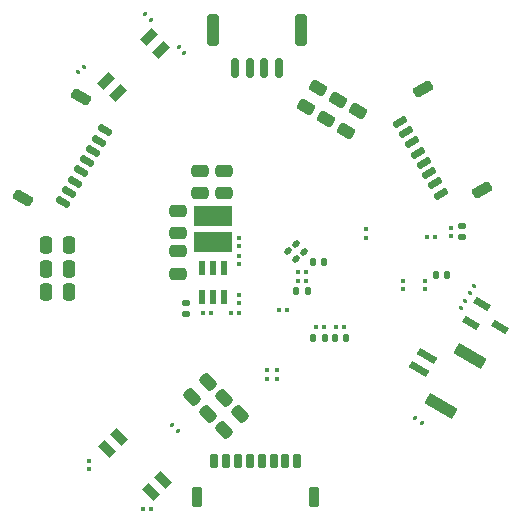
<source format=gbr>
%TF.GenerationSoftware,KiCad,Pcbnew,9.0.3*%
%TF.CreationDate,2025-09-26T09:37:04+02:00*%
%TF.ProjectId,PCB_PAPI,5043425f-5041-4504-992e-6b696361645f,rev?*%
%TF.SameCoordinates,Original*%
%TF.FileFunction,Paste,Bot*%
%TF.FilePolarity,Positive*%
%FSLAX46Y46*%
G04 Gerber Fmt 4.6, Leading zero omitted, Abs format (unit mm)*
G04 Created by KiCad (PCBNEW 9.0.3) date 2025-09-26 09:37:04*
%MOMM*%
%LPD*%
G01*
G04 APERTURE LIST*
G04 Aperture macros list*
%AMRoundRect*
0 Rectangle with rounded corners*
0 $1 Rounding radius*
0 $2 $3 $4 $5 $6 $7 $8 $9 X,Y pos of 4 corners*
0 Add a 4 corners polygon primitive as box body*
4,1,4,$2,$3,$4,$5,$6,$7,$8,$9,$2,$3,0*
0 Add four circle primitives for the rounded corners*
1,1,$1+$1,$2,$3*
1,1,$1+$1,$4,$5*
1,1,$1+$1,$6,$7*
1,1,$1+$1,$8,$9*
0 Add four rect primitives between the rounded corners*
20,1,$1+$1,$2,$3,$4,$5,0*
20,1,$1+$1,$4,$5,$6,$7,0*
20,1,$1+$1,$6,$7,$8,$9,0*
20,1,$1+$1,$8,$9,$2,$3,0*%
%AMRotRect*
0 Rectangle, with rotation*
0 The origin of the aperture is its center*
0 $1 length*
0 $2 width*
0 $3 Rotation angle, in degrees counterclockwise*
0 Add horizontal line*
21,1,$1,$2,0,0,$3*%
G04 Aperture macros list end*
%ADD10RoundRect,0.140000X0.219203X0.021213X0.021213X0.219203X-0.219203X-0.021213X-0.021213X-0.219203X0*%
%ADD11RoundRect,0.250000X0.250000X0.475000X-0.250000X0.475000X-0.250000X-0.475000X0.250000X-0.475000X0*%
%ADD12RoundRect,0.250000X0.286362X-0.454006X0.536362X-0.020994X-0.286362X0.454006X-0.536362X0.020994X0*%
%ADD13RoundRect,0.079500X0.079500X0.100500X-0.079500X0.100500X-0.079500X-0.100500X0.079500X-0.100500X0*%
%ADD14RoundRect,0.250000X0.159099X-0.512652X0.512652X-0.159099X-0.159099X0.512652X-0.512652X0.159099X0*%
%ADD15RoundRect,0.140000X0.140000X0.170000X-0.140000X0.170000X-0.140000X-0.170000X0.140000X-0.170000X0*%
%ADD16RoundRect,0.079500X0.100500X-0.079500X0.100500X0.079500X-0.100500X0.079500X-0.100500X-0.079500X0*%
%ADD17RoundRect,0.150000X0.336362X-0.367404X0.486362X-0.107596X-0.336362X0.367404X-0.486362X0.107596X0*%
%ADD18RoundRect,0.225000X0.428766X-0.507356X0.653766X-0.117644X-0.428766X0.507356X-0.653766X0.117644X0*%
%ADD19RoundRect,0.079500X-0.100500X0.079500X-0.100500X-0.079500X0.100500X-0.079500X0.100500X0.079500X0*%
%ADD20RoundRect,0.150000X-0.150000X-0.700000X0.150000X-0.700000X0.150000X0.700000X-0.150000X0.700000X0*%
%ADD21RoundRect,0.250000X-0.250000X-1.100000X0.250000X-1.100000X0.250000X1.100000X-0.250000X1.100000X0*%
%ADD22RoundRect,0.250000X-0.475000X0.250000X-0.475000X-0.250000X0.475000X-0.250000X0.475000X0.250000X0*%
%ADD23R,0.600000X1.250000*%
%ADD24RoundRect,0.140000X0.170000X-0.140000X0.170000X0.140000X-0.170000X0.140000X-0.170000X-0.140000X0*%
%ADD25RoundRect,0.079500X-0.079500X-0.100500X0.079500X-0.100500X0.079500X0.100500X-0.079500X0.100500X0*%
%ADD26RoundRect,0.079500X-0.127279X-0.014849X-0.014849X-0.127279X0.127279X0.014849X0.014849X0.127279X0*%
%ADD27RoundRect,0.150000X-0.486362X-0.107596X-0.336362X-0.367404X0.486362X0.107596X0.336362X0.367404X0*%
%ADD28RoundRect,0.225000X-0.653766X-0.117644X-0.428766X-0.507356X0.653766X0.117644X0.428766X0.507356X0*%
%ADD29RotRect,0.600000X1.700000X240.000000*%
%ADD30RotRect,1.000000X2.700000X240.000000*%
%ADD31RotRect,0.600000X1.400000X240.000000*%
%ADD32RoundRect,0.250000X0.475000X-0.250000X0.475000X0.250000X-0.475000X0.250000X-0.475000X-0.250000X0*%
%ADD33RotRect,0.800000X1.400000X315.000000*%
%ADD34RoundRect,0.079500X-0.014849X0.127279X-0.127279X0.014849X0.014849X-0.127279X0.127279X-0.014849X0*%
%ADD35RotRect,0.800000X1.400000X45.000000*%
%ADD36RoundRect,0.079500X0.127279X0.014849X0.014849X0.127279X-0.127279X-0.014849X-0.014849X-0.127279X0*%
%ADD37RoundRect,0.140000X-0.140000X-0.170000X0.140000X-0.170000X0.140000X0.170000X-0.140000X0.170000X0*%
%ADD38RoundRect,0.079500X-0.119099X-0.047286X0.018599X-0.126786X0.119099X0.047286X-0.018599X0.126786X0*%
%ADD39RoundRect,0.079500X0.047286X-0.119099X0.126786X0.018599X-0.047286X0.119099X-0.126786X-0.018599X0*%
%ADD40R,3.200000X1.750000*%
%ADD41RoundRect,0.150000X0.150000X0.475000X-0.150000X0.475000X-0.150000X-0.475000X0.150000X-0.475000X0*%
%ADD42RoundRect,0.225000X0.225000X0.625000X-0.225000X0.625000X-0.225000X-0.625000X0.225000X-0.625000X0*%
%ADD43RoundRect,0.140000X-0.170000X0.140000X-0.170000X-0.140000X0.170000X-0.140000X0.170000X0.140000X0*%
G04 APERTURE END LIST*
D10*
%TO.C,C7*%
X132423116Y-82627393D03*
X131744294Y-81948571D03*
%TD*%
D11*
%TO.C,C50*%
X113150000Y-85390000D03*
X111250000Y-85390000D03*
%TD*%
D12*
%TO.C,C54*%
X134975000Y-70772724D03*
X135925000Y-69127276D03*
%TD*%
D13*
%TO.C,R36*%
X120165000Y-103810000D03*
X119475000Y-103810000D03*
%TD*%
D14*
%TO.C,C49*%
X126346498Y-97113502D03*
X127690000Y-95770000D03*
%TD*%
D15*
%TO.C,C13*%
X134843705Y-89297982D03*
X133883705Y-89297982D03*
%TD*%
D16*
%TO.C,C17*%
X127553705Y-83012982D03*
X127553705Y-82322982D03*
%TD*%
D17*
%TO.C,ESC3*%
X112703702Y-77793589D03*
X113203702Y-76927564D03*
X113703702Y-76061538D03*
X114203701Y-75195514D03*
X114703701Y-74329487D03*
X115203702Y-73463462D03*
X115703702Y-72597437D03*
X116203702Y-71731411D03*
D18*
X109272373Y-77486826D03*
X114222373Y-68913175D03*
%TD*%
D19*
%TO.C,R13*%
X127553705Y-80852982D03*
X127553705Y-81542982D03*
%TD*%
D20*
%TO.C,SWD1*%
X127228705Y-66447982D03*
X128478705Y-66447982D03*
X129728705Y-66447982D03*
X130978705Y-66447982D03*
D21*
X125378705Y-63247982D03*
X132828705Y-63247982D03*
%TD*%
D19*
%TO.C,R21*%
X145493705Y-79957982D03*
X145493705Y-80647982D03*
%TD*%
D22*
%TO.C,C20*%
X122453705Y-78550000D03*
X122453705Y-80450000D03*
%TD*%
D23*
%TO.C,IC1*%
X126303705Y-85847982D03*
X125353705Y-85847982D03*
X124403705Y-85847982D03*
X124403705Y-83347982D03*
X125353705Y-83347982D03*
X126303705Y-83347982D03*
%TD*%
D24*
%TO.C,C36*%
X146453705Y-80747982D03*
X146453705Y-79787982D03*
%TD*%
D25*
%TO.C,R11*%
X124488705Y-87147982D03*
X125178705Y-87147982D03*
%TD*%
D15*
%TO.C,C14*%
X133383705Y-85337982D03*
X132423705Y-85337982D03*
%TD*%
D26*
%TO.C,R24*%
X119646048Y-61906048D03*
X120133952Y-62393952D03*
%TD*%
D11*
%TO.C,C51*%
X113150000Y-83420000D03*
X111250000Y-83420000D03*
%TD*%
D27*
%TO.C,ESC1*%
X141199407Y-71006411D03*
X141699407Y-71872436D03*
X142199407Y-72738462D03*
X142699407Y-73604487D03*
X143199407Y-74470513D03*
X143699407Y-75336538D03*
X144199407Y-76202564D03*
X144699407Y-77068589D03*
D28*
X143180737Y-68188174D03*
X148130737Y-76761826D03*
%TD*%
D13*
%TO.C,C4*%
X133228705Y-84437982D03*
X132538705Y-84437982D03*
%TD*%
D29*
%TO.C,J4*%
X143472424Y-90804216D03*
X142847424Y-91886748D03*
D30*
X144693705Y-95088895D03*
X147168705Y-90802069D03*
%TD*%
D31*
%TO.C,Q1*%
X147225052Y-88053430D03*
X148175052Y-86407982D03*
X149691910Y-88380706D03*
%TD*%
D32*
%TO.C,C18*%
X124300000Y-77050000D03*
X124300000Y-75150000D03*
%TD*%
D14*
%TO.C,C48*%
X124958249Y-95721751D03*
X126301751Y-94378249D03*
%TD*%
D33*
%TO.C,LED2*%
X121004969Y-64874175D03*
X117328014Y-68551130D03*
X116302709Y-67525825D03*
X119979664Y-63848870D03*
%TD*%
D14*
%TO.C,C46*%
X123568249Y-94331751D03*
X124911751Y-92988249D03*
%TD*%
D15*
%TO.C,C2*%
X136663705Y-89297982D03*
X135703705Y-89297982D03*
%TD*%
D16*
%TO.C,R37*%
X114890000Y-100405000D03*
X114890000Y-99715000D03*
%TD*%
D13*
%TO.C,C6*%
X136503705Y-88387982D03*
X135813705Y-88387982D03*
%TD*%
D32*
%TO.C,C15*%
X122453705Y-83847982D03*
X122453705Y-81947982D03*
%TD*%
D11*
%TO.C,C52*%
X113150000Y-81430000D03*
X111250000Y-81430000D03*
%TD*%
D34*
%TO.C,R35*%
X114423952Y-66326048D03*
X113936048Y-66813952D03*
%TD*%
D35*
%TO.C,LED3*%
X117440000Y-97670000D03*
X121116955Y-101346955D03*
X120091650Y-102372260D03*
X116414695Y-98695305D03*
%TD*%
D16*
%TO.C,R27*%
X130773705Y-92732982D03*
X130773705Y-92042982D03*
%TD*%
D12*
%TO.C,C55*%
X133275000Y-69772724D03*
X134225000Y-68127276D03*
%TD*%
D13*
%TO.C,C11*%
X133238705Y-83677982D03*
X132548705Y-83677982D03*
%TD*%
D36*
%TO.C,R38*%
X122413952Y-97173952D03*
X121926048Y-96686048D03*
%TD*%
D16*
%TO.C,C37*%
X138343705Y-80802982D03*
X138343705Y-80112982D03*
%TD*%
D37*
%TO.C,C33*%
X144223705Y-83997982D03*
X145183705Y-83997982D03*
%TD*%
D10*
%TO.C,C10*%
X133083705Y-81977982D03*
X132404883Y-81299160D03*
%TD*%
D32*
%TO.C,C19*%
X126300000Y-77050000D03*
X126300000Y-75150000D03*
%TD*%
D12*
%TO.C,C53*%
X136675000Y-71745448D03*
X137625000Y-70100000D03*
%TD*%
D37*
%TO.C,C8*%
X133843705Y-82827982D03*
X134803705Y-82827982D03*
%TD*%
D13*
%TO.C,C12*%
X134813705Y-88377982D03*
X134123705Y-88377982D03*
%TD*%
D19*
%TO.C,C34*%
X141463705Y-84442982D03*
X141463705Y-85132982D03*
%TD*%
D38*
%TO.C,R34*%
X142479926Y-96114142D03*
X143077484Y-96459142D03*
%TD*%
D16*
%TO.C,R26*%
X129943705Y-92732982D03*
X129943705Y-92042982D03*
%TD*%
D36*
%TO.C,R23*%
X122953952Y-65133952D03*
X122466048Y-64646048D03*
%TD*%
D39*
%TO.C,R16*%
X147117365Y-85480540D03*
X147462365Y-84882982D03*
%TD*%
D13*
%TO.C,C3*%
X131638705Y-86917982D03*
X130948705Y-86917982D03*
%TD*%
D19*
%TO.C,C35*%
X143363705Y-84442982D03*
X143363705Y-85132982D03*
%TD*%
D25*
%TO.C,R12*%
X126878705Y-87157982D03*
X127568705Y-87157982D03*
%TD*%
D13*
%TO.C,C31*%
X144158705Y-80757982D03*
X143468705Y-80757982D03*
%TD*%
D40*
%TO.C,L1*%
X125353705Y-81147982D03*
X125353705Y-78947982D03*
%TD*%
D41*
%TO.C,ESC2*%
X132500000Y-99675000D03*
X131500000Y-99675000D03*
X130500000Y-99675000D03*
X129500000Y-99675000D03*
X128500000Y-99675000D03*
X127500000Y-99675000D03*
X126500000Y-99675000D03*
X125500000Y-99675000D03*
D42*
X133950000Y-102800000D03*
X124050000Y-102800000D03*
%TD*%
D43*
%TO.C,C16*%
X123100000Y-86320000D03*
X123100000Y-87280000D03*
%TD*%
D19*
%TO.C,R14*%
X127543705Y-85672982D03*
X127543705Y-86362982D03*
%TD*%
D39*
%TO.C,R15*%
X146361205Y-86746761D03*
X146706205Y-86149203D03*
%TD*%
M02*

</source>
